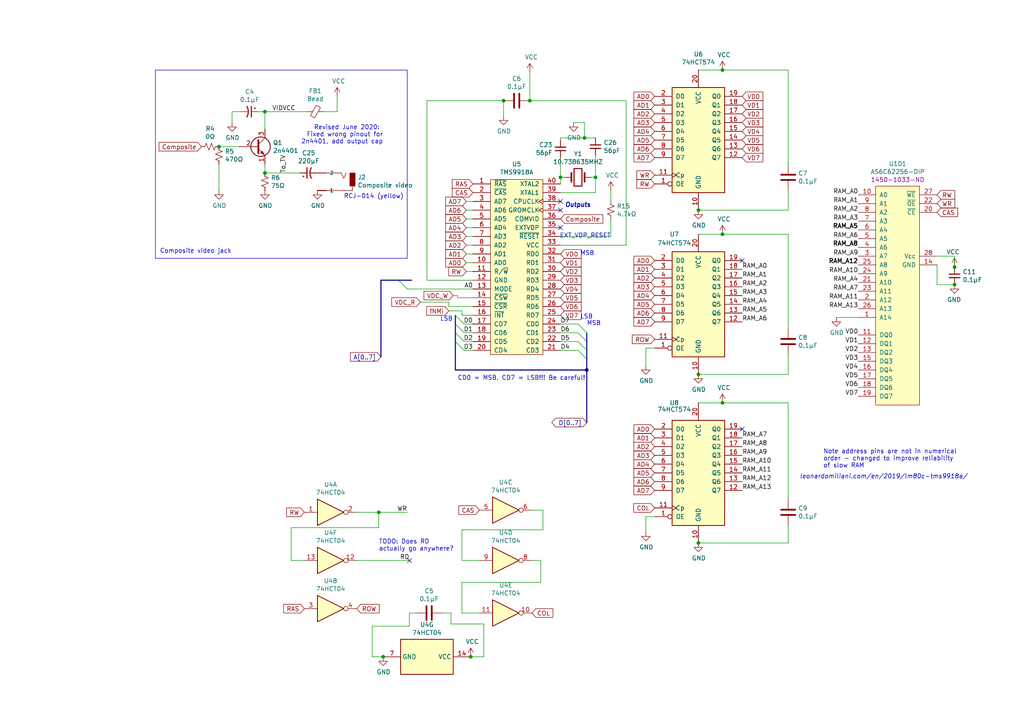
<source format=kicad_sch>
(kicad_sch (version 20231120) (generator "eeschema") (generator_version "8.0")
  (paper "A4")
  (lib_symbols
    (symbol "74xx:74HCT04"
      (property "Reference" "U" (at 0 1.27 0))
      (property "Value" "74HCT04" (at 0 -1.27 0))
      (symbol "74HCT04_1_0"
        (polyline (pts (xy -3.81 3.81) (xy -3.81 -3.81) (xy 3.81 0) (xy -3.81 3.81)) (stroke (width 0.254)) (fill (type background)))
        (pin input line (at -7.62 0 0) (length 3.81) (name "~") (number "1"))
        (pin output inverted (at 7.62 0 180) (length 3.81) (name "~") (number "2"))
      )
      (symbol "74HCT04_2_0"
        (polyline (pts (xy -3.81 3.81) (xy -3.81 -3.81) (xy 3.81 0) (xy -3.81 3.81)) (stroke (width 0.254)) (fill (type background)))
        (pin input line (at -7.62 0 0) (length 3.81) (name "~") (number "3"))
        (pin output inverted (at 7.62 0 180) (length 3.81) (name "~") (number "4"))
      )
      (symbol "74HCT04_3_0"
        (polyline (pts (xy -3.81 3.81) (xy -3.81 -3.81) (xy 3.81 0) (xy -3.81 3.81)) (stroke (width 0.254)) (fill (type background)))
        (pin input line (at -7.62 0 0) (length 3.81) (name "~") (number "5"))
        (pin output inverted (at 7.62 0 180) (length 3.81) (name "~") (number "6"))
      )
      (symbol "74HCT04_4_0"
        (polyline (pts (xy -3.81 3.81) (xy -3.81 -3.81) (xy 3.81 0) (xy -3.81 3.81)) (stroke (width 0.254)) (fill (type background)))
        (pin output inverted (at 7.62 0 180) (length 3.81) (name "~") (number "8"))
        (pin input line (at -7.62 0 0) (length 3.81) (name "~") (number "9"))
      )
      (symbol "74HCT04_5_0"
        (polyline (pts (xy -3.81 3.81) (xy -3.81 -3.81) (xy 3.81 0) (xy -3.81 3.81)) (stroke (width 0.254)) (fill (type background)))
        (pin output inverted (at 7.62 0 180) (length 3.81) (name "~") (number "10"))
        (pin input line (at -7.62 0 0) (length 3.81) (name "~") (number "11"))
      )
      (symbol "74HCT04_6_0"
        (polyline (pts (xy -3.81 3.81) (xy -3.81 -3.81) (xy 3.81 0) (xy -3.81 3.81)) (stroke (width 0.254)) (fill (type background)))
        (pin output inverted (at 7.62 0 180) (length 3.81) (name "~") (number "12"))
        (pin input line (at -7.62 0 0) (length 3.81) (name "~") (number "13"))
      )
      (symbol "74HCT04_7_0"
        (pin power_in line (at 0 12.7 270) (length 5.08) (name "VCC") (number "14"))
        (pin power_in line (at 0 -12.7 90) (length 5.08) (name "GND") (number "7"))
      )
      (symbol "74HCT04_7_1"
        (rectangle (start -5.08 7.62) (end 5.08 -7.62) (stroke (width 0.254)) (fill (type background)))
      )
    )
    (symbol "74xx:74LS574" (pin_names (offset 1.016))
      (property "Reference" "U" (at -7.62 16.51 0))
      (property "Value" "74LS574" (at -7.62 -16.51 0))
      (symbol "74LS574_1_0"
        (pin input inverted (at -12.7 -12.7 0) (length 5.08) (name "OE") (number "1"))
        (pin power_in line (at 0 -20.32 90) (length 5.08) (name "GND") (number "10"))
        (pin input clock (at -12.7 -10.16 0) (length 5.08) (name "Cp") (number "11"))
        (pin tri_state line (at 12.7 -5.08 180) (length 5.08) (name "Q7") (number "12"))
        (pin tri_state line (at 12.7 -2.54 180) (length 5.08) (name "Q6") (number "13"))
        (pin tri_state line (at 12.7 0 180) (length 5.08) (name "Q5") (number "14"))
        (pin tri_state line (at 12.7 2.54 180) (length 5.08) (name "Q4") (number "15"))
        (pin tri_state line (at 12.7 5.08 180) (length 5.08) (name "Q3") (number "16"))
        (pin tri_state line (at 12.7 7.62 180) (length 5.08) (name "Q2") (number "17"))
        (pin tri_state line (at 12.7 10.16 180) (length 5.08) (name "Q1") (number "18"))
        (pin tri_state line (at 12.7 12.7 180) (length 5.08) (name "Q0") (number "19"))
        (pin input line (at -12.7 12.7 0) (length 5.08) (name "D0") (number "2"))
        (pin power_in line (at 0 20.32 270) (length 5.08) (name "VCC") (number "20"))
        (pin input line (at -12.7 10.16 0) (length 5.08) (name "D1") (number "3"))
        (pin input line (at -12.7 7.62 0) (length 5.08) (name "D2") (number "4"))
        (pin input line (at -12.7 5.08 0) (length 5.08) (name "D3") (number "5"))
        (pin input line (at -12.7 2.54 0) (length 5.08) (name "D4") (number "6"))
        (pin input line (at -12.7 0 0) (length 5.08) (name "D5") (number "7"))
        (pin input line (at -12.7 -2.54 0) (length 5.08) (name "D6") (number "8"))
        (pin input line (at -12.7 -5.08 0) (length 5.08) (name "D7") (number "9"))
      )
      (symbol "74LS574_1_1"
        (rectangle (start -7.62 15.24) (end 7.62 -15.24) (stroke (width 0.254)) (fill (type background)))
      )
    )
    (symbol "AS6C62256:AS6C62256-DIP" (pin_names (offset 1.016))
      (property "Reference" "U" (at 0 2.54 0))
      (property "Value" "AS6C62256-DIP" (at 0 0 0))
      (property "DigiKey" "1450-1033-ND" (at 0 0 0))
      (symbol "AS6C62256-DIP_0_1"
        (rectangle (start -6.35 -1.27) (end 6.35 -64.77) (fill (type background)))
      )
      (symbol "AS6C62256-DIP_1_1"
        (pin input line (at -11.43 -39.37 0) (length 5.08) (name "A14") (number "1"))
        (pin input line (at -11.43 -3.81 0) (length 5.08) (name "A0") (number "10"))
        (pin bidirectional line (at -11.43 -44.45 0) (length 5.08) (name "DQ0") (number "11"))
        (pin bidirectional line (at -11.43 -46.99 0) (length 5.08) (name "DQ1") (number "12"))
        (pin bidirectional line (at -11.43 -49.53 0) (length 5.08) (name "DQ2") (number "13"))
        (pin power_in line (at 11.43 -24.13 180) (length 5.08) (name "GND") (number "14"))
        (pin bidirectional line (at -11.43 -52.07 0) (length 5.08) (name "DQ3") (number "15"))
        (pin bidirectional line (at -11.43 -54.61 0) (length 5.08) (name "DQ4") (number "16"))
        (pin bidirectional line (at -11.43 -57.15 0) (length 5.08) (name "DQ5") (number "17"))
        (pin bidirectional line (at -11.43 -59.69 0) (length 5.08) (name "DQ6") (number "18"))
        (pin bidirectional line (at -11.43 -62.23 0) (length 5.08) (name "DQ7") (number "19"))
        (pin input line (at -11.43 -34.29 0) (length 5.08) (name "A12") (number "2"))
        (pin input line (at 11.43 -8.89 180) (length 5.08) (name "~{CE}") (number "20"))
        (pin input line (at -11.43 -29.21 0) (length 5.08) (name "A10") (number "21"))
        (pin input line (at 11.43 -6.35 180) (length 5.08) (name "~{OE}") (number "22"))
        (pin input line (at -11.43 -31.75 0) (length 5.08) (name "A11") (number "23"))
        (pin input line (at -11.43 -26.67 0) (length 5.08) (name "A9") (number "24"))
        (pin input line (at -11.43 -24.13 0) (length 5.08) (name "A8") (number "25"))
        (pin input line (at -11.43 -36.83 0) (length 5.08) (name "A13") (number "26"))
        (pin input line (at 11.43 -3.81 180) (length 5.08) (name "~{WE}") (number "27"))
        (pin power_in line (at 11.43 -21.59 180) (length 5.08) (name "Vcc") (number "28"))
        (pin input line (at -11.43 -21.59 0) (length 5.08) (name "A7") (number "3"))
        (pin input line (at -11.43 -19.05 0) (length 5.08) (name "A6") (number "4"))
        (pin input line (at -11.43 -16.51 0) (length 5.08) (name "A5") (number "5"))
        (pin input line (at -11.43 -13.97 0) (length 5.08) (name "A4") (number "6"))
        (pin input line (at -11.43 -11.43 0) (length 5.08) (name "A3") (number "7"))
        (pin input line (at -11.43 -8.89 0) (length 5.08) (name "A2") (number "8"))
        (pin input line (at -11.43 -6.35 0) (length 5.08) (name "A1") (number "9"))
      )
    )
    (symbol "Device:C" (pin_numbers hide) (pin_names (offset 0.254))
      (property "Reference" "C" (at 0.635 2.54 0))
      (property "Value" "C" (at 0.635 -2.54 0))
      (symbol "C_0_1"
        (polyline (pts (xy -2.032 -0.762) (xy 2.032 -0.762)) (stroke (width 0.508)))
        (polyline (pts (xy -2.032 0.762) (xy 2.032 0.762)) (stroke (width 0.508)))
      )
      (symbol "C_1_1"
        (pin passive line (at 0 3.81 270) (length 2.794) (name "~") (number "1"))
        (pin passive line (at 0 -3.81 90) (length 2.794) (name "~") (number "2"))
      )
    )
    (symbol "Device:CP1_Small" (pin_numbers hide) (pin_names (offset 0.254) hide)
      (property "Reference" "C" (at 0.254 1.778 0))
      (property "Value" "Device_CP1_Small" (at 0.254 -2.032 0))
      (symbol "CP1_Small_0_1"
        (polyline (pts (xy -1.524 0.508) (xy 1.524 0.508)) (stroke (width 0.3048)))
        (polyline (pts (xy -1.27 1.524) (xy -0.762 1.524)))
        (polyline (pts (xy -1.016 1.27) (xy -1.016 1.778)))
        (arc (start 1.524 -0.762) (mid 0 -0.3734) (end -1.524 -0.762) (stroke (width 0.3048)))
      )
      (symbol "CP1_Small_1_1"
        (pin passive line (at 0 2.54 270) (length 2.032) (name "~") (number "1"))
        (pin passive line (at 0 -2.54 90) (length 2.032) (name "~") (number "2"))
      )
    )
    (symbol "Device:C_Small" (pin_numbers hide) (pin_names (offset 0.254) hide)
      (property "Reference" "C" (at 0.254 1.778 0))
      (property "Value" "C_Small" (at 0.254 -2.032 0))
      (symbol "C_Small_0_1"
        (polyline (pts (xy -1.524 -0.508) (xy 1.524 -0.508)) (stroke (width 0.3302)))
        (polyline (pts (xy -1.524 0.508) (xy 1.524 0.508)) (stroke (width 0.3048)))
      )
      (symbol "C_Small_1_1"
        (pin passive line (at 0 2.54 270) (length 2.032) (name "~") (number "1"))
        (pin passive line (at 0 -2.54 90) (length 2.032) (name "~") (number "2"))
      )
    )
    (symbol "Device:Crystal" (pin_numbers hide) (pin_names (offset 1.016) hide)
      (property "Reference" "Y" (at 0 3.81 0))
      (property "Value" "Crystal" (at 0 -3.81 0))
      (symbol "Crystal_0_1"
        (rectangle (start -1.143 2.54) (end 1.143 -2.54) (stroke (width 0.3048)))
        (polyline (pts (xy -2.54 0) (xy -1.905 0)))
        (polyline (pts (xy -1.905 -1.27) (xy -1.905 1.27)) (stroke (width 0.508)))
        (polyline (pts (xy 1.905 -1.27) (xy 1.905 1.27)) (stroke (width 0.508)))
        (polyline (pts (xy 2.54 0) (xy 1.905 0)))
      )
      (symbol "Crystal_1_1"
        (pin passive line (at -3.81 0 0) (length 1.27) (name "1") (number "1"))
        (pin passive line (at 3.81 0 180) (length 1.27) (name "2") (number "2"))
      )
    )
    (symbol "Device:Ferrite_Bead_Small" (pin_numbers hide) (pin_names (offset 0))
      (property "Reference" "FB" (at 1.905 1.27 0))
      (property "Value" "Device_Ferrite_Bead_Small" (at 1.905 -1.27 0))
      (symbol "Ferrite_Bead_Small_0_1"
        (polyline (pts (xy 0 -1.27) (xy 0 -0.7874)))
        (polyline (pts (xy 0 0.889) (xy 0 1.2954)))
        (polyline (pts (xy -1.8288 0.2794) (xy -1.1176 1.4986) (xy 1.8288 -0.2032) (xy 1.1176 -1.4224) (xy -1.8288 0.2794)))
      )
      (symbol "Ferrite_Bead_Small_1_1"
        (pin passive line (at 0 2.54 270) (length 1.27) (name "~") (number "1"))
        (pin passive line (at 0 -2.54 90) (length 1.27) (name "~") (number "2"))
      )
    )
    (symbol "Device:Q_NPN_EBC" (pin_names (offset 0) hide)
      (property "Reference" "Q" (at 5.08 1.27 0))
      (property "Value" "Q_NPN_EBC" (at 5.08 -1.27 0))
      (symbol "Q_NPN_EBC_0_1"
        (polyline (pts (xy 0.635 0.635) (xy 2.54 2.54)))
        (polyline (pts (xy 0.635 -0.635) (xy 2.54 -2.54) (xy 2.54 -2.54)))
        (polyline (pts (xy 0.635 1.905) (xy 0.635 -1.905) (xy 0.635 -1.905)) (stroke (width 0.508)))
        (polyline (pts (xy 1.27 -1.778) (xy 1.778 -1.27) (xy 2.286 -2.286) (xy 1.27 -1.778) (xy 1.27 -1.778)) (fill (type outline)))
        (circle (center 1.27 0) (radius 2.8194) (stroke (width 0.254)))
      )
      (symbol "Q_NPN_EBC_1_1"
        (pin passive line (at 2.54 -5.08 90) (length 2.54) (name "E") (number "1"))
        (pin passive line (at -5.08 0 0) (length 5.715) (name "B") (number "2"))
        (pin passive line (at 2.54 5.08 270) (length 2.54) (name "C") (number "3"))
      )
    )
    (symbol "Device:R_Small_US" (pin_numbers hide) (pin_names (offset 0.254) hide)
      (property "Reference" "R" (at 0.762 0.508 0))
      (property "Value" "R_Small_US" (at 0.762 -1.016 0))
      (symbol "R_Small_US_1_1"
        (polyline (pts (xy 0 0) (xy 1.016 -0.381) (xy 0 -0.762) (xy -1.016 -1.143) (xy 0 -1.524)))
        (polyline (pts (xy 0 1.524) (xy 1.016 1.143) (xy 0 0.762) (xy -1.016 0.381) (xy 0 0)))
        (pin passive line (at 0 2.54 270) (length 1.016) (name "~") (number "1"))
        (pin passive line (at 0 -2.54 90) (length 1.016) (name "~") (number "2"))
      )
    )
    (symbol "LeakoChips:TMS9918A" (pin_names (offset 1.016))
      (property "Reference" "U" (at 0 29.21 0))
      (property "Value" "TMS9918A" (at 0 26.67 0))
      (symbol "TMS9918A_0_1"
        (rectangle (start -7.62 25.4) (end 7.62 -25.4) (fill (type background)))
      )
      (symbol "TMS9918A_1_1"
        (pin output line (at -12.7 24.13 0) (length 5.08) (name "~{RAS}") (number "1"))
        (pin output line (at -12.7 1.27 0) (length 5.08) (name "AD0") (number "10"))
        (pin output line (at -12.7 -1.27 0) (length 5.08) (name "R/~{W}") (number "11"))
        (pin power_in line (at -12.7 -3.81 0) (length 5.08) (name "GND") (number "12"))
        (pin input line (at -12.7 -6.35 0) (length 5.08) (name "MODE") (number "13"))
        (pin input line (at -12.7 -8.89 0) (length 5.08) (name "~{CSW}") (number "14"))
        (pin input line (at -12.7 -11.43 0) (length 5.08) (name "~{CSR}") (number "15"))
        (pin output line (at -12.7 -13.97 0) (length 5.08) (name "~{INT}") (number "16"))
        (pin bidirectional line (at -12.7 -16.51 0) (length 5.08) (name "CD7") (number "17"))
        (pin bidirectional line (at -12.7 -19.05 0) (length 5.08) (name "CD6") (number "18"))
        (pin bidirectional line (at -12.7 -21.59 0) (length 5.08) (name "CD5") (number "19"))
        (pin output line (at -12.7 21.59 0) (length 5.08) (name "~{CAS}") (number "2"))
        (pin bidirectional line (at -12.7 -24.13 0) (length 5.08) (name "CD4") (number "20"))
        (pin bidirectional line (at 12.7 -24.13 180) (length 5.08) (name "CD3") (number "21"))
        (pin bidirectional line (at 12.7 -21.59 180) (length 5.08) (name "CD2") (number "22"))
        (pin bidirectional line (at 12.7 -19.05 180) (length 5.08) (name "CD1") (number "23"))
        (pin bidirectional line (at 12.7 -16.51 180) (length 5.08) (name "CD0") (number "24"))
        (pin input line (at 12.7 -13.97 180) (length 5.08) (name "RD7") (number "25"))
        (pin input line (at 12.7 -11.43 180) (length 5.08) (name "RD6") (number "26"))
        (pin input line (at 12.7 -8.89 180) (length 5.08) (name "RD5") (number "27"))
        (pin input line (at 12.7 -6.35 180) (length 5.08) (name "RD4") (number "28"))
        (pin input line (at 12.7 -3.81 180) (length 5.08) (name "RD3") (number "29"))
        (pin output line (at -12.7 19.05 0) (length 5.08) (name "AD7") (number "3"))
        (pin input line (at 12.7 -1.27 180) (length 5.08) (name "RD2") (number "30"))
        (pin input line (at 12.7 1.27 180) (length 5.08) (name "RD1") (number "31"))
        (pin input line (at 12.7 3.81 180) (length 5.08) (name "RD0") (number "32"))
        (pin power_in line (at 12.7 6.35 180) (length 5.08) (name "VCC") (number "33"))
        (pin input line (at 12.7 8.89 180) (length 5.08) (name "~{RESET}") (number "34"))
        (pin bidirectional line (at 12.7 11.43 180) (length 5.08) (name "EXTVDP") (number "35"))
        (pin output line (at 12.7 13.97 180) (length 5.08) (name "COMVID") (number "36"))
        (pin output clock (at 12.7 16.51 180) (length 5.08) (name "GROMCLK") (number "37"))
        (pin output clock (at 12.7 19.05 180) (length 5.08) (name "CPUCLK") (number "38"))
        (pin input line (at 12.7 21.59 180) (length 5.08) (name "XTAL1") (number "39"))
        (pin output line (at -12.7 16.51 0) (length 5.08) (name "AD6") (number "4"))
        (pin input line (at 12.7 24.13 180) (length 5.08) (name "XTAL2") (number "40"))
        (pin output line (at -12.7 13.97 0) (length 5.08) (name "AD5") (number "5"))
        (pin output line (at -12.7 11.43 0) (length 5.08) (name "AD4") (number "6"))
        (pin output line (at -12.7 8.89 0) (length 5.08) (name "AD3") (number "7"))
        (pin output line (at -12.7 6.35 0) (length 5.08) (name "AD2") (number "8"))
        (pin output line (at -12.7 3.81 0) (length 5.08) (name "AD1") (number "9"))
      )
    )
    (symbol "RCJ-017:RCJ-017" (pin_numbers hide) (pin_names (offset 1.016))
      (property "Reference" "J" (at -2.54 3.81 0))
      (property "Value" "RCJ-017" (at -2.54 -6.35 0))
      (symbol "RCJ-017_0_0"
        (rectangle (start -3.302 -2.54) (end -1.778 1.27) (fill (type outline)))
        (polyline (pts (xy -2.54 2.54) (xy -2.54 1.27)) (stroke (width 0.1524)))
        (polyline (pts (xy 0 -1.016) (xy -0.762 -2.54)) (stroke (width 0.1524)))
        (polyline (pts (xy 0.762 -2.54) (xy 0 -1.016)) (stroke (width 0.1524)))
        (polyline (pts (xy 2.54 -2.54) (xy 0.762 -2.54)) (stroke (width 0.1524)))
        (polyline (pts (xy 5.08 -2.54) (xy 2.54 -2.54)) (stroke (width 0.1524)))
        (polyline (pts (xy 5.08 2.54) (xy -2.54 2.54)) (stroke (width 0.1524)))
        (pin passive line (at 7.62 2.54 180) (length 2.54) (name "1") (number "1A"))
        (pin passive line (at 7.62 2.54 180) (length 2.54) (name "1") (number "1B"))
        (pin passive line (at 7.62 2.54 180) (length 2.54) (name "1") (number "1C"))
        (pin passive line (at 7.62 -2.54 180) (length 2.54) (name "2") (number "2"))
      )
    )
    (symbol "power:GND" (power) (pin_names (offset 0))
      (property "Value" "GND" (at 0 -3.81 0))
      (symbol "GND_0_1"
        (polyline (pts (xy 0 0) (xy 0 -1.27) (xy 1.27 -1.27) (xy 0 -2.54) (xy -1.27 -1.27) (xy 0 -1.27)))
      )
      (symbol "GND_1_1"
        (pin power_in line (at 0 0 270) (length 0) hide (name "GND") (number "1"))
      )
    )
    (symbol "power:VCC" (power) (pin_names (offset 0))
      (property "Value" "VCC" (at 0 3.81 0))
      (symbol "VCC_0_1"
        (polyline (pts (xy -0.762 1.27) (xy 0 2.54)))
        (polyline (pts (xy 0 0) (xy 0 2.54)))
        (polyline (pts (xy 0 2.54) (xy 0.762 1.27)))
      )
      (symbol "VCC_1_1"
        (pin power_in line (at 0 0 90) (length 0) hide (name "VCC") (number "1"))
      )
    )
  )
  (junction (at 170.18 107.315))
  (junction (at 209.55 116.84))
  (junction (at 202.565 157.48))
  (junction (at 209.55 67.945))
  (junction (at 209.55 20.32))
  (junction (at 162.56 51.435))
  (junction (at 76.835 50.165))
  (junction (at 76.835 32.385))
  (junction (at 169.545 40.005))
  (junction (at 202.565 108.585))
  (junction (at 63.5 42.545))
  (junction (at 153.67 29.21))
  (junction (at 111.125 190.5))
  (junction (at 202.565 60.96))
  (junction (at 172.72 51.435))
  (junction (at 109.855 148.59))
  (junction (at 276.86 77.47))
  (junction (at 136.525 190.5))
  (junction (at 276.86 82.55))
  (junction (at 146.05 29.21))
  (no_connect (at 162.56 58.42))
  (no_connect (at 162.56 60.96))
  (no_connect (at 215.265 75.565))
  (no_connect (at 215.265 124.46))
  (no_connect (at 162.56 66.04))
  (no_connect (at 118.745 162.56))
  (bus_entry (at 167.64 99.06) (size 2.54 2.54))
  (bus_entry (at 132.08 99.06) (size 2.54 2.54))
  (bus_entry (at 132.08 96.52) (size 2.54 2.54))
  (bus_entry (at 167.64 101.6) (size 2.54 2.54))
  (bus_entry (at 132.08 91.44) (size 2.54 2.54))
  (bus_entry (at 167.64 96.52) (size 2.54 2.54))
  (bus_entry (at 115.57 81.28) (size 2.54 2.54))
  (bus_entry (at 167.64 93.98) (size 2.54 2.54))
  (bus_entry (at 132.08 93.98) (size 2.54 2.54))
  (wire (pts (xy 271.78 82.55) (xy 276.86 82.55)))
  (wire (pts (xy 137.16 60.96) (xy 135.255 60.96)))
  (wire (pts (xy 162.56 40.005) (xy 162.56 40.64)))
  (bus (pts (xy 132.08 93.98) (xy 132.08 96.52)))
  (polyline (pts (xy 118.11 74.93) (xy 45.085 74.93)))
  (wire (pts (xy 166.37 35.56) (xy 169.545 35.56)))
  (wire (pts (xy 228.6 108.585) (xy 202.565 108.585)))
  (wire (pts (xy 120.65 177.8) (xy 118.745 177.8)))
  (wire (pts (xy 137.16 78.74) (xy 135.255 78.74)))
  (wire (pts (xy 130.81 180.975) (xy 130.81 177.8)))
  (wire (pts (xy 163.83 51.435) (xy 162.56 51.435)))
  (bus (pts (xy 115.57 81.28) (xy 119.38 81.28)))
  (wire (pts (xy 228.6 20.32) (xy 228.6 47.625)))
  (wire (pts (xy 76.835 32.385) (xy 76.835 37.465)))
  (wire (pts (xy 133.985 168.91) (xy 133.985 177.8)))
  (wire (pts (xy 162.56 93.98) (xy 167.64 93.98)))
  (wire (pts (xy 137.16 58.42) (xy 135.255 58.42)))
  (bus (pts (xy 132.08 96.52) (xy 132.08 99.06)))
  (wire (pts (xy 271.78 76.835) (xy 271.78 82.55)))
  (bus (pts (xy 170.18 101.6) (xy 170.18 104.14)))
  (polyline (pts (xy 45.085 74.93) (xy 45.085 20.32)))
  (wire (pts (xy 130.81 177.8) (xy 128.27 177.8)))
  (wire (pts (xy 177.165 58.42) (xy 177.165 55.245)))
  (wire (pts (xy 187.325 100.965) (xy 187.325 106.045)))
  (wire (pts (xy 137.16 71.12) (xy 135.255 71.12)))
  (wire (pts (xy 228.6 55.245) (xy 228.6 60.96)))
  (wire (pts (xy 132.715 85.725) (xy 131.445 85.725)))
  (bus (pts (xy 170.18 107.315) (xy 132.08 107.315)))
  (wire (pts (xy 162.56 55.88) (xy 172.72 55.88)))
  (wire (pts (xy 103.505 148.59) (xy 109.855 148.59)))
  (wire (pts (xy 162.56 68.58) (xy 177.165 68.58)))
  (wire (pts (xy 171.45 51.435) (xy 172.72 51.435)))
  (wire (pts (xy 228.6 116.84) (xy 228.6 144.78)))
  (bus (pts (xy 170.18 96.52) (xy 170.18 99.06)))
  (wire (pts (xy 132.715 86.36) (xy 132.715 85.725)))
  (wire (pts (xy 97.79 32.385) (xy 97.79 27.94)))
  (wire (pts (xy 157.48 153.67) (xy 133.985 153.67)))
  (wire (pts (xy 172.72 51.435) (xy 172.72 45.085)))
  (wire (pts (xy 118.745 177.8) (xy 118.745 181.61)))
  (wire (pts (xy 137.16 76.2) (xy 135.255 76.2)))
  (polyline (pts (xy 118.11 20.32) (xy 118.11 74.93)))
  (wire (pts (xy 107.95 190.5) (xy 111.125 190.5)))
  (wire (pts (xy 172.72 55.88) (xy 172.72 51.435)))
  (wire (pts (xy 209.55 116.84) (xy 202.565 116.84)))
  (wire (pts (xy 109.855 148.59) (xy 118.11 148.59)))
  (wire (pts (xy 133.985 153.67) (xy 133.985 162.56)))
  (wire (pts (xy 228.6 67.945) (xy 228.6 95.25)))
  (wire (pts (xy 162.56 96.52) (xy 167.64 96.52)))
  (wire (pts (xy 140.335 190.5) (xy 140.335 180.975)))
  (wire (pts (xy 130.175 88.9) (xy 130.175 87.63)))
  (wire (pts (xy 136.525 190.5) (xy 140.335 190.5)))
  (wire (pts (xy 162.56 40.005) (xy 169.545 40.005)))
  (wire (pts (xy 69.215 42.545) (xy 63.5 42.545)))
  (wire (pts (xy 156.845 162.56) (xy 156.845 168.91)))
  (wire (pts (xy 133.985 91.44) (xy 133.985 90.17)))
  (wire (pts (xy 133.985 177.8) (xy 139.065 177.8)))
  (wire (pts (xy 76.835 32.385) (xy 88.9 32.385)))
  (wire (pts (xy 137.16 91.44) (xy 133.985 91.44)))
  (wire (pts (xy 154.305 162.56) (xy 156.845 162.56)))
  (wire (pts (xy 162.56 99.06) (xy 167.64 99.06)))
  (bus (pts (xy 132.08 91.44) (xy 132.08 93.98)))
  (wire (pts (xy 137.16 93.98) (xy 134.62 93.98)))
  (polyline (pts (xy 45.085 20.32) (xy 118.11 20.32)))
  (wire (pts (xy 133.985 162.56) (xy 139.065 162.56)))
  (wire (pts (xy 209.55 67.945) (xy 228.6 67.945)))
  (wire (pts (xy 181.61 71.12) (xy 162.56 71.12)))
  (bus (pts (xy 110.49 81.28) (xy 110.49 103.505)))
  (wire (pts (xy 133.985 90.17) (xy 130.175 90.17)))
  (wire (pts (xy 118.745 181.61) (xy 107.95 181.61)))
  (bus (pts (xy 170.18 107.315) (xy 170.18 122.555)))
  (wire (pts (xy 169.545 35.56) (xy 169.545 40.005)))
  (wire (pts (xy 189.865 100.965) (xy 187.325 100.965)))
  (wire (pts (xy 189.865 149.86) (xy 187.325 149.86)))
  (wire (pts (xy 123.825 81.28) (xy 123.825 29.21)))
  (wire (pts (xy 209.55 20.32) (xy 228.6 20.32)))
  (wire (pts (xy 140.335 180.975) (xy 130.81 180.975)))
  (wire (pts (xy 123.825 29.21) (xy 146.05 29.21)))
  (wire (pts (xy 228.6 152.4) (xy 228.6 157.48)))
  (wire (pts (xy 154.305 147.955) (xy 157.48 147.955)))
  (wire (pts (xy 84.455 153.035) (xy 84.455 162.56)))
  (wire (pts (xy 181.61 29.21) (xy 181.61 71.12)))
  (wire (pts (xy 137.16 68.58) (xy 135.255 68.58)))
  (wire (pts (xy 67.31 32.385) (xy 67.31 35.56)))
  (wire (pts (xy 137.16 96.52) (xy 134.62 96.52)))
  (wire (pts (xy 137.16 63.5) (xy 135.255 63.5)))
  (wire (pts (xy 209.55 116.84) (xy 228.6 116.84)))
  (bus (pts (xy 170.18 104.14) (xy 170.18 107.315)))
  (wire (pts (xy 86.995 50.165) (xy 76.835 50.165)))
  (wire (pts (xy 228.6 102.87) (xy 228.6 108.585)))
  (wire (pts (xy 157.48 147.955) (xy 157.48 153.67)))
  (wire (pts (xy 137.16 73.66) (xy 135.255 73.66)))
  (wire (pts (xy 228.6 157.48) (xy 202.565 157.48)))
  (wire (pts (xy 153.67 29.21) (xy 181.61 29.21)))
  (wire (pts (xy 84.455 162.56) (xy 88.265 162.56)))
  (wire (pts (xy 153.67 29.21) (xy 153.67 20.955)))
  (wire (pts (xy 169.545 40.005) (xy 172.72 40.005)))
  (wire (pts (xy 93.98 32.385) (xy 97.79 32.385)))
  (wire (pts (xy 109.855 148.59) (xy 109.855 153.035)))
  (wire (pts (xy 187.325 149.86) (xy 187.325 154.305)))
  (wire (pts (xy 248.92 92.075) (xy 242.57 92.075)))
  (wire (pts (xy 103.505 162.56) (xy 118.745 162.56)))
  (wire (pts (xy 130.175 87.63) (xy 121.92 87.63)))
  (wire (pts (xy 276.86 74.295) (xy 271.78 74.295)))
  (wire (pts (xy 137.16 101.6) (xy 134.62 101.6)))
  (wire (pts (xy 162.56 53.34) (xy 162.56 51.435)))
  (wire (pts (xy 137.16 86.36) (xy 132.715 86.36)))
  (wire (pts (xy 156.845 168.91) (xy 133.985 168.91)))
  (wire (pts (xy 202.565 20.32) (xy 209.55 20.32)))
  (wire (pts (xy 137.16 83.82) (xy 118.11 83.82)))
  (wire (pts (xy 228.6 60.96) (xy 202.565 60.96)))
  (wire (pts (xy 137.16 99.06) (xy 134.62 99.06)))
  (bus (pts (xy 110.49 81.28) (xy 115.57 81.28)))
  (wire (pts (xy 162.56 45.72) (xy 162.56 51.435)))
  (bus (pts (xy 132.08 99.06) (xy 132.08 107.315)))
  (wire (pts (xy 177.165 68.58) (xy 177.165 63.5)))
  (wire (pts (xy 63.5 47.625) (xy 63.5 55.245)))
  (wire (pts (xy 107.95 181.61) (xy 107.95 190.5)))
  (wire (pts (xy 137.16 66.04) (xy 135.255 66.04)))
  (wire (pts (xy 109.855 153.035) (xy 84.455 153.035)))
  (wire (pts (xy 69.85 32.385) (xy 67.31 32.385)))
  (wire (pts (xy 146.05 29.21) (xy 146.05 33.655)))
  (wire (pts (xy 76.835 47.625) (xy 76.835 50.165)))
  (bus (pts (xy 170.18 99.06) (xy 170.18 101.6)))
  (wire (pts (xy 137.16 88.9) (xy 130.175 88.9)))
  (wire (pts (xy 202.565 67.945) (xy 209.55 67.945)))
  (wire (pts (xy 276.86 77.47) (xy 276.86 74.295)))
  (wire (pts (xy 137.16 81.28) (xy 123.825 81.28)))
  (wire (pts (xy 162.56 101.6) (xy 167.64 101.6)))
  (wire (pts (xy 74.93 32.385) (xy 76.835 32.385)))
  (text "leonardomiliani.com/en/2019/lm80c-tms9918a/" (at 280.67 139.065 0) (effects (font (size 1.27 1.27) (italic yes)) (justify right bottom)))
  (text "TODO: Does RD\nactually go anywhere?" (at 109.855 160.02 0) (effects (font (size 1.27 1.27)) (justify left bottom)))
  (text "EXT_VDP_RESET" (at 177.165 69.215 0) (effects (font (size 1.27 1.27)) (justify right bottom)))
  (text "LSB" (at 127.635 93.345 0) (effects (font (size 1.27 1.27)) (justify left bottom)))
  (text "CD0 = MSB, CD7 = LSB!!! Be careful!" (at 132.715 110.49 0) (effects (font (size 1.27 1.27)) (justify left bottom)))
  (text "Composite video jack" (at 46.355 73.66 0) (effects (font (size 1.27 1.27)) (justify left bottom)))
  (text "Note address pins are not in numerical\norder - changed to improve reliability\nof slow RAM" (at 238.76 135.89 0) (effects (font (size 1.27 1.27)) (justify left bottom)))
  (text "RCJ-014 (yellow)" (at 99.695 57.785 0) (effects (font (size 1.27 1.27)) (justify left bottom)))
  (text "Revised June 2020: \nFixed wrong pinout for\n2n4401, add output cap" (at 111.125 41.91 0) (effects (font (size 1.27 1.27)) (justify right bottom)))
  (text "LSB" (at 168.275 92.71 0) (effects (font (size 1.27 1.27)) (justify left bottom)))
  (text "MSB" (at 168.275 74.295 0) (effects (font (size 1.27 1.27)) (justify left bottom)))
  (text "MSB" (at 170.18 94.615 0) (effects (font (size 1.27 1.27)) (justify left bottom)))
  (text "Outputs" (at 163.83 60.325 0) (effects (font (size 1.27 1.27) (thickness 0.254) (bold yes) (italic yes)) (justify left bottom)))
  (label "RAM_A4" (at 248.92 81.915 180))
  (label "RAM_A9" (at 248.92 74.295 180))
  (label "VD7" (at 248.92 114.935 180))
  (label "RAM_A4" (at 215.265 88.265 0))
  (label "To_TV" (at 83.185 50.165 90))
  (label "RAM_A0" (at 215.265 78.105 0))
  (label "RAM_A5" (at 248.92 66.675 180) (effects (font (thickness 0.254) (bold yes))))
  (label "VIDVCC" (at 85.725 32.385 180))
  (label "RAM_A12" (at 215.265 139.7 0))
  (label "RAM_A3" (at 215.265 85.725 0))
  (label "RAM_A11" (at 215.265 137.16 0))
  (label "D7" (at 162.56 93.98 0))
  (label "RAM_A3" (at 248.92 64.135 180))
  (label "VD1" (at 248.92 99.695 180))
  (label "RAM_A7" (at 248.92 84.455 180))
  (label "RAM_A6" (at 215.265 93.345 0))
  (label "VD3" (at 248.92 104.775 180))
  (label "RAM_A7" (at 215.265 127 0))
  (label "RAM_A8" (at 215.265 129.54 0))
  (label "RAM_A10" (at 215.265 134.62 0))
  (label "D6" (at 162.56 96.52 0))
  (label "RAM_A11" (at 248.92 86.995 180))
  (label "VD2" (at 248.92 102.235 180))
  (label "D3" (at 137.16 101.6 180))
  (label "D2" (at 137.16 99.06 180))
  (label "RAM_A12" (at 248.92 76.835 180) (effects (font (thickness 0.254) (bold yes))))
  (label "WR" (at 118.11 148.59 180))
  (label "RAM_A6" (at 248.92 69.215 180))
  (label "RD" (at 118.745 162.56 180))
  (label "RAM_A2" (at 215.265 83.185 0))
  (label "D4" (at 162.56 101.6 0))
  (label "D5" (at 162.56 99.06 0))
  (label "RAM_A9" (at 215.265 132.08 0))
  (label "RAM_A5" (at 215.265 90.805 0))
  (label "RAM_A1" (at 248.92 59.055 180))
  (label "RAM_A0" (at 248.92 56.515 180))
  (label "VD6" (at 248.92 112.395 180))
  (label "A0" (at 137.16 83.82 180))
  (label "D1" (at 137.16 96.52 180))
  (label "RAM_A2" (at 248.92 61.595 180))
  (label "VD0" (at 248.92 97.155 180))
  (label "VD5" (at 248.92 109.855 180))
  (label "RAM_A10" (at 248.92 79.375 180))
  (label "RAM_A8" (at 248.92 71.755 180) (effects (font (thickness 0.254) (bold yes))))
  (label "RAM_A13" (at 248.92 89.535 180))
  (label "D0" (at 137.16 93.98 180))
  (label "VD4" (at 248.92 107.315 180))
  (label "RAM_A1" (at 215.265 80.645 0))
  (label "RAM_A13" (at 215.265 142.24 0))
  (global_label "CAS" (shape input) (at 271.78 61.595 0) (property "Intersheetrefs" "${INTERSHEET_REFS}" (effects (hide yes))))
  (global_label "AD6" (shape input) (at 135.255 60.96 180) (property "Intersheetrefs" "${INTERSHEET_REFS}" (effects (hide yes))))
  (global_label "WR" (shape input) (at 189.865 50.8 180) (property "Intersheetrefs" "${INTERSHEET_REFS}" (effects (hide yes))))
  (global_label "AD0" (shape input) (at 189.865 75.565 180) (property "Intersheetrefs" "${INTERSHEET_REFS}" (effects (hide yes))))
  (global_label "AD5" (shape input) (at 189.865 40.64 180) (property "Intersheetrefs" "${INTERSHEET_REFS}" (effects (hide yes))))
  (global_label "VD3" (shape input) (at 215.265 35.56 0) (property "Intersheetrefs" "${INTERSHEET_REFS}" (effects (hide yes))))
  (global_label "VDC_W" (shape input) (at 131.445 85.725 180) (property "Intersheetrefs" "${INTERSHEET_REFS}" (effects (hide yes))))
  (global_label "AD0" (shape input) (at 189.865 27.94 180) (property "Intersheetrefs" "${INTERSHEET_REFS}" (effects (hide yes))))
  (global_label "AD1" (shape input) (at 189.865 30.48 180) (property "Intersheetrefs" "${INTERSHEET_REFS}" (effects (hide yes))))
  (global_label "VD2" (shape input) (at 162.56 78.74 0) (property "Intersheetrefs" "${INTERSHEET_REFS}" (effects (hide yes))))
  (global_label "VD6" (shape input) (at 215.265 43.18 0) (property "Intersheetrefs" "${INTERSHEET_REFS}" (effects (hide yes))))
  (global_label "AD4" (shape input) (at 189.865 38.1 180) (property "Intersheetrefs" "${INTERSHEET_REFS}" (effects (hide yes))))
  (global_label "AD3" (shape input) (at 189.865 83.185 180) (property "Intersheetrefs" "${INTERSHEET_REFS}" (effects (hide yes))))
  (global_label "AD4" (shape input) (at 189.865 134.62 180) (property "Intersheetrefs" "${INTERSHEET_REFS}" (effects (hide yes))))
  (global_label "D[0..7]" (shape bidirectional) (at 170.18 122.555 180) (property "Intersheetrefs" "${INTERSHEET_REFS}" (effects (hide yes))))
  (global_label "AD6" (shape input) (at 189.865 90.805 180) (property "Intersheetrefs" "${INTERSHEET_REFS}" (effects (hide yes))))
  (global_label "VD0" (shape input) (at 215.265 27.94 0) (property "Intersheetrefs" "${INTERSHEET_REFS}" (effects (hide yes))))
  (global_label "ROW" (shape input) (at 103.505 176.53 0) (property "Intersheetrefs" "${INTERSHEET_REFS}" (effects (hide yes))))
  (global_label "A[0..7]" (shape input) (at 110.49 103.505 180) (property "Intersheetrefs" "${INTERSHEET_REFS}" (effects (hide yes))))
  (global_label "VD0" (shape input) (at 162.56 73.66 0) (property "Intersheetrefs" "${INTERSHEET_REFS}" (effects (hide yes))))
  (global_label "AD2" (shape input) (at 135.255 71.12 180) (property "Intersheetrefs" "${INTERSHEET_REFS}" (effects (hide yes))))
  (global_label "Composite" (shape input) (at 162.56 63.5 0) (property "Intersheetrefs" "${INTERSHEET_REFS}" (effects (hide yes))))
  (global_label "Composite" (shape input) (at 58.42 42.545 180) (property "Intersheetrefs" "${INTERSHEET_REFS}" (effects (hide yes))))
  (global_label "VD6" (shape input) (at 162.56 88.9 0) (property "Intersheetrefs" "${INTERSHEET_REFS}" (effects (hide yes))))
  (global_label "VD2" (shape input) (at 215.265 33.02 0) (property "Intersheetrefs" "${INTERSHEET_REFS}" (effects (hide yes))))
  (global_label "CAS" (shape input) (at 137.16 55.88 180) (property "Intersheetrefs" "${INTERSHEET_REFS}" (effects (hide yes))))
  (global_label "AD2" (shape input) (at 189.865 80.645 180) (property "Intersheetrefs" "${INTERSHEET_REFS}" (effects (hide yes))))
  (global_label "RAS" (shape input) (at 88.265 176.53 180) (property "Intersheetrefs" "${INTERSHEET_REFS}" (effects (hide yes))))
  (global_label "VD7" (shape input) (at 162.56 91.44 0) (property "Intersheetrefs" "${INTERSHEET_REFS}" (effects (hide yes))))
  (global_label "AD3" (shape input) (at 135.255 68.58 180) (property "Intersheetrefs" "${INTERSHEET_REFS}" (effects (hide yes))))
  (global_label "ROW" (shape input) (at 189.865 98.425 180) (property "Intersheetrefs" "${INTERSHEET_REFS}" (effects (hide yes))))
  (global_label "AD2" (shape input) (at 189.865 129.54 180) (property "Intersheetrefs" "${INTERSHEET_REFS}" (effects (hide yes))))
  (global_label "AD1" (shape input) (at 189.865 127 180) (property "Intersheetrefs" "${INTERSHEET_REFS}" (effects (hide yes))))
  (global_label "AD5" (shape input) (at 189.865 88.265 180) (property "Intersheetrefs" "${INTERSHEET_REFS}" (effects (hide yes))))
  (global_label "AD1" (shape input) (at 189.865 78.105 180) (property "Intersheetrefs" "${INTERSHEET_REFS}" (effects (hide yes))))
  (global_label "AD4" (shape input) (at 189.865 85.725 180) (property "Intersheetrefs" "${INTERSHEET_REFS}" (effects (hide yes))))
  (global_label "AD3" (shape input) (at 189.865 132.08 180) (property "Intersheetrefs" "${INTERSHEET_REFS}" (effects (hide yes))))
  (global_label "RW" (shape input) (at 135.255 78.74 180) (property "Intersheetrefs" "${INTERSHEET_REFS}" (effects (hide yes))))
  (global_label "VD5" (shape input) (at 215.265 40.64 0) (property "Intersheetrefs" "${INTERSHEET_REFS}" (effects (hide yes))))
  (global_label "AD2" (shape input) (at 189.865 33.02 180) (property "Intersheetrefs" "${INTERSHEET_REFS}" (effects (hide yes))))
  (global_label "AD6" (shape input) (at 189.865 139.7 180) (property "Intersheetrefs" "${INTERSHEET_REFS}" (effects (hide yes))))
  (global_label "VD5" (shape input) (at 162.56 86.36 0) (property "Intersheetrefs" "${INTERSHEET_REFS}" (effects (hide yes))))
  (global_label "AD4" (shape input) (at 135.255 66.04 180) (property "Intersheetrefs" "${INTERSHEET_REFS}" (effects (hide yes))))
  (global_label "AD7" (shape input) (at 135.255 58.42 180) (property "Intersheetrefs" "${INTERSHEET_REFS}" (effects (hide yes))))
  (global_label "VD7" (shape input) (at 215.265 45.72 0) (property "Intersheetrefs" "${INTERSHEET_REFS}" (effects (hide yes))))
  (global_label "RAS" (shape input) (at 137.16 53.34 180) (property "Intersheetrefs" "${INTERSHEET_REFS}" (effects (hide yes))))
  (global_label "AD0" (shape input) (at 135.255 76.2 180) (property "Intersheetrefs" "${INTERSHEET_REFS}" (effects (hide yes))))
  (global_label "VD1" (shape input) (at 162.56 76.2 0) (property "Intersheetrefs" "${INTERSHEET_REFS}" (effects (hide yes))))
  (global_label "AD6" (shape input) (at 189.865 43.18 180) (property "Intersheetrefs" "${INTERSHEET_REFS}" (effects (hide yes))))
  (global_label "VD1" (shape input) (at 215.265 30.48 0) (property "Intersheetrefs" "${INTERSHEET_REFS}" (effects (hide yes))))
  (global_label "AD7" (shape input) (at 189.865 142.24 180) (property "Intersheetrefs" "${INTERSHEET_REFS}" (effects (hide yes))))
  (global_label "RW" (shape input) (at 189.865 53.34 180) (property "Intersheetrefs" "${INTERSHEET_REFS}" (effects (hide yes))))
  (global_label "AD0" (shape input) (at 189.865 124.46 180) (property "Intersheetrefs" "${INTERSHEET_REFS}" (effects (hide yes))))
  (global_label "RW" (shape input) (at 88.265 148.59 180) (property "Intersheetrefs" "${INTERSHEET_REFS}" (effects (hide yes))))
  (global_label "AD5" (shape input) (at 189.865 137.16 180) (property "Intersheetrefs" "${INTERSHEET_REFS}" (effects (hide yes))))
  (global_label "VD3" (shape input) (at 162.56 81.28 0) (property "Intersheetrefs" "${INTERSHEET_REFS}" (effects (hide yes))))
  (global_label "WR" (shape input) (at 271.78 59.055 0) (property "Intersheetrefs" "${INTERSHEET_REFS}" (effects (hide yes))))
  (global_label "AD5" (shape input) (at 135.255 63.5 180) (property "Intersheetrefs" "${INTERSHEET_REFS}" (effects (hide yes))))
  (global_label "RW" (shape input) (at 271.78 56.515 0) (property "Intersheetrefs" "${INTERSHEET_REFS}" (effects (hide yes))))
  (global_label "AD7" (shape input) (at 189.865 45.72 180) (property "Intersheetrefs" "${INTERSHEET_REFS}" (effects (hide yes))))
  (global_label "COL" (shape input) (at 154.305 177.8 0) (property "Intersheetrefs" "${INTERSHEET_REFS}" (effects (hide yes))))
  (global_label "CAS" (shape input) (at 139.065 147.955 180) (property "Intersheetrefs" "${INTERSHEET_REFS}" (effects (hide yes))))
  (global_label "VD4" (shape input) (at 162.56 83.82 0) (property "Intersheetrefs" "${INTERSHEET_REFS}" (effects (hide yes))))
  (global_label "AD1" (shape input) (at 135.255 73.66 180) (property "Intersheetrefs" "${INTERSHEET_REFS}" (effects (hide yes))))
  (global_label "AD7" (shape input) (at 189.865 93.345 180) (property "Intersheetrefs" "${INTERSHEET_REFS}" (effects (hide yes))))
  (global_label "!NMI" (shape input) (at 130.175 90.17 180) (property "Intersheetrefs" "${INTERSHEET_REFS}" (effects (hide yes))))
  (global_label "VDC_R" (shape input) (at 121.92 87.63 180) (property "Intersheetrefs" "${INTERSHEET_REFS}" (effects (hide yes))))
  (global_label "COL" (shape input) (at 189.865 147.32 180) (property "Intersheetrefs" "${INTERSHEET_REFS}" (effects (hide yes))))
  (global_label "VD4" (shape input) (at 215.265 38.1 0) (property "Intersheetrefs" "${INTERSHEET_REFS}" (effects (hide yes))))
  (global_label "AD3" (shape input) (at 189.865 35.56 180) (property "Intersheetrefs" "${INTERSHEET_REFS}" (effects (hide yes))))
  (symbol (lib_id "LeakoChips:TMS9918A") (at 149.86 77.47 0) (unit 1)
    (property "Reference" "U5" (at 149.86 47.625 0))
    (property "Value" "TMS9918A" (at 149.86 49.9364 0))
    (property "Footprint" "Housings_DIP:DIP-40_W15.24mm_Socket_LongPads" (effects (hide yes)))
    (property "Datasheet" "https://ia803006.us.archive.org/33/items/Texas_Instruments_TMS9918A/Texas_Instruments_TMS9918A_text.pdf" (effects (hide yes)))
    (property "DigiKey" "ED3048-5-ND" (effects (hide yes)))
  )
  (symbol (lib_id "Device:C") (at 149.86 29.21 270) (unit 1)
    (property "Reference" "C6" (at 149.86 22.8092 90))
    (property "Value" "0.1µF" (at 149.86 25.1206 90))
    (property "Footprint" "Capacitors_SMD:C_0805_HandSoldering" (effects (hide yes)))
    (property "DigiKey" "1276-1099-1-ND" (effects (hide yes)))
  )
  (symbol (lib_id "power:VCC") (at 153.67 20.955 0) (unit 1)
    (property "Reference" "#PWR016" (effects (hide yes)))
    (property "Value" "VCC" (at 154.1018 16.5608 0))
  )
  (symbol (lib_id "power:GND") (at 146.05 33.655 0) (unit 1)
    (property "Reference" "#PWR015" (effects (hide yes)))
    (property "Value" "GND" (at 146.177 38.0492 0))
  )
  (symbol (lib_id "power:GND") (at 92.075 55.245 0) (unit 1)
    (property "Reference" "#PWR011" (effects (hide yes)))
    (property "Value" "GND" (at 92.202 59.6392 0))
  )
  (symbol (lib_id "RCJ-017:RCJ-017") (at 99.695 52.705 180) (unit 1)
    (property "Reference" "J2" (at 103.7082 51.4096 0) (effects (justify right)))
    (property "Value" "Composite video" (at 103.7082 53.721 0) (effects (justify right)))
    (property "Footprint" "Jacks:CUI_RCJ-017" (effects (hide yes)))
    (property "Datasheet" "CUI Inc" (effects (hide yes)))
    (property "Field4" "B" (effects (hide yes)))
    (property "Field5" "Manufacturer recommendations" (effects (hide yes)))
    (property "DigiKey" "CP-1403-ND‎" (effects (hide yes)))
  )
  (symbol (lib_id "Device:R_Small_US") (at 60.96 42.545 270) (unit 1)
    (property "Reference" "R4" (at 60.96 37.338 90))
    (property "Value" "0Ω" (at 60.96 39.6494 90))
    (property "Footprint" "Resistors_SMD:R_0805_HandSoldering" (effects (hide yes)))
    (property "DigiKey" "RMCF0805ZT0R00CT-ND" (effects (hide yes)))
  )
  (symbol (lib_id "power:GND") (at 63.5 55.245 0) (unit 1)
    (property "Reference" "#PWR08" (effects (hide yes)))
    (property "Value" "GND" (at 63.627 59.6392 0))
  )
  (symbol (lib_id "Device:R_Small_US") (at 63.5 45.085 0) (unit 1)
    (property "Reference" "R5" (at 65.2272 43.9166 0) (effects (justify left)))
    (property "Value" "470Ω" (at 65.2272 46.228 0) (effects (justify left)))
    (property "Footprint" "Resistors_SMD:R_0805_HandSoldering" (effects (hide yes)))
    (property "DigiKey" "RMCF0805JT470RCT-ND" (effects (hide yes)))
  )
  (symbol (lib_id "Device:R_Small_US") (at 76.835 52.705 0) (unit 1)
    (property "Reference" "R6" (at 78.5622 51.5366 0) (effects (justify left)))
    (property "Value" "75Ω" (at 78.5622 53.848 0) (effects (justify left)))
    (property "Footprint" "Resistors_SMD:R_0805_HandSoldering" (effects (hide yes)))
    (property "DigiKey" "RMCF0805JT75R0CT-ND" (effects (hide yes)))
  )
  (symbol (lib_id "power:GND") (at 76.835 55.245 0) (unit 1)
    (property "Reference" "#PWR010" (effects (hide yes)))
    (property "Value" "GND" (at 76.962 59.6392 0))
  )
  (symbol (lib_id "Device:CP1_Small") (at 72.39 32.385 270) (unit 1)
    (property "Reference" "C4" (at 72.39 26.5938 90))
    (property "Value" "0.1µF" (at 72.39 28.9052 90))
    (property "Footprint" "Capacitors_SMD:C_0805_HandSoldering" (effects (hide yes)))
    (property "DigiKey" "1276-1099-1-ND" (effects (hide yes)))
  )
  (symbol (lib_id "power:GND") (at 67.31 35.56 0) (unit 1)
    (property "Reference" "#PWR09" (effects (hide yes)))
    (property "Value" "GND" (at 67.437 39.9542 0))
  )
  (symbol (lib_id "power:VCC") (at 97.79 27.94 0) (unit 1)
    (property "Reference" "#PWR012" (effects (hide yes)))
    (property "Value" "VCC" (at 98.2218 23.5458 0))
  )
  (symbol (lib_id "Device:Ferrite_Bead_Small") (at 91.44 32.385 270) (unit 1)
    (property "Reference" "FB1" (at 91.44 26.3652 90))
    (property "Value" "Bead" (at 91.44 28.6766 90))
    (property "Footprint" "Choke_SMD:Choke_SMD_1206_Handsoldering" (effects (hide yes)))
    (property "DigiKey" "283-MFBW1V3216-310-RCT-ND" (effects (hide yes)))
  )
  (symbol (lib_id "74xx:74LS574") (at 202.565 40.64 0) (unit 1)
    (property "Reference" "U6" (at 202.565 15.7226 0))
    (property "Value" "74HCT574" (at 202.565 18.034 0))
    (property "Footprint" "LeakyChips:SOIC-20W_7.5x12.8mm_P1.27mm_LongLegs" (effects (hide yes)))
    (property "Datasheet" "https://www.digikey.ca/product-detail/en/nexperia-usa-inc/74HCT574D653/1727-2856-1-ND/763412" (effects (hide yes)))
    (property "DigiKey" "1727-2856-1-ND" (effects (hide yes)))
  )
  (symbol (lib_id "74xx:74LS574") (at 202.565 88.265 0) (unit 1)
    (property "Reference" "U7" (at 195.58 67.945 0))
    (property "Value" "74HCT574" (at 195.58 70.485 0))
    (property "Footprint" "LeakyChips:SOIC-20W_7.5x12.8mm_P1.27mm_LongLegs" (effects (hide yes)))
    (property "Datasheet" "https://www.digikey.ca/product-detail/en/nexperia-usa-inc/74HCT574D653/1727-2856-1-ND/763412" (effects (hide yes)))
    (property "DigiKey" "1727-2856-1-ND" (effects (hide yes)))
  )
  (symbol (lib_id "74xx:74LS574") (at 202.565 137.16 0) (unit 1)
    (property "Reference" "U8" (at 195.58 116.84 0))
    (property "Value" "74HCT574" (at 195.58 118.745 0))
    (property "Footprint" "LeakyChips:SOIC-20W_7.5x12.8mm_P1.27mm_LongLegs" (effects (hide yes)))
    (property "Datasheet" "https://www.digikey.ca/product-detail/en/nexperia-usa-inc/74HCT574D653/1727-2856-1-ND/763412" (effects (hide yes)))
    (property "DigiKey" "1727-2856-1-ND" (effects (hide yes)))
  )
  (symbol (lib_id "power:GND") (at 187.325 106.045 0) (unit 1)
    (property "Reference" "#PWR017" (effects (hide yes)))
    (property "Value" "GND" (at 187.452 110.4392 0))
  )
  (symbol (lib_id "power:GND") (at 187.325 154.305 0) (unit 1)
    (property "Reference" "#PWR018" (effects (hide yes)))
    (property "Value" "GND" (at 187.452 158.6992 0))
  )
  (symbol (lib_id "power:VCC") (at 177.165 55.245 0) (unit 1)
    (property "Reference" "#PWR0118" (effects (hide yes)))
    (property "Value" "VCC" (at 177.5968 50.8508 0))
  )
  (symbol (lib_id "Device:R_Small_US") (at 177.165 60.96 0) (unit 1)
    (property "Reference" "R15" (at 178.8922 59.7916 0) (effects (justify left)))
    (property "Value" "4.7kΩ" (at 178.8922 62.103 0) (effects (justify left)))
    (property "Footprint" "Resistors_SMD:R_0805_HandSoldering" (effects (hide yes)))
    (property "DigiKey" "RMCF0805JT4K70CT-ND" (effects (hide yes)))
  )
  (symbol (lib_id "power:GND") (at 202.565 157.48 0) (unit 1)
    (property "Reference" "#PWR021" (effects (hide yes)))
    (property "Value" "GND" (at 202.692 161.8742 0))
  )
  (symbol (lib_id "power:VCC") (at 209.55 116.84 0) (unit 1)
    (property "Reference" "#PWR024" (effects (hide yes)))
    (property "Value" "VCC" (at 209.9818 112.4458 0))
  )
  (symbol (lib_id "Device:C") (at 228.6 148.59 0) (unit 1)
    (property "Reference" "C9" (at 231.521 147.4216 0) (effects (justify left)))
    (property "Value" "0.1µF" (at 231.521 149.733 0) (effects (justify left)))
    (property "Footprint" "Capacitors_SMD:C_0805_HandSoldering" (effects (hide yes)))
    (property "DigiKey" "1276-1099-1-ND" (effects (hide yes)))
  )
  (symbol (lib_id "power:VCC") (at 209.55 67.945 0) (unit 1)
    (property "Reference" "#PWR023" (effects (hide yes)))
    (property "Value" "VCC" (at 209.9818 63.5508 0))
  )
  (symbol (lib_id "power:GND") (at 202.565 108.585 0) (unit 1)
    (property "Reference" "#PWR020" (effects (hide yes)))
    (property "Value" "GND" (at 202.692 112.9792 0))
  )
  (symbol (lib_id "Device:C") (at 228.6 99.06 0) (unit 1)
    (property "Reference" "C8" (at 231.521 97.8916 0) (effects (justify left)))
    (property "Value" "0.1µF" (at 231.521 100.203 0) (effects (justify left)))
    (property "Footprint" "Capacitors_SMD:C_0805_HandSoldering" (effects (hide yes)))
    (property "DigiKey" "1276-1099-1-ND" (effects (hide yes)))
  )
  (symbol (lib_id "power:VCC") (at 209.55 20.32 0) (unit 1)
    (property "Reference" "#PWR022" (effects (hide yes)))
    (property "Value" "VCC" (at 209.9818 15.9258 0))
  )
  (symbol (lib_id "power:GND") (at 202.565 60.96 0) (unit 1)
    (property "Reference" "#PWR019" (effects (hide yes)))
    (property "Value" "GND" (at 202.692 65.3542 0))
  )
  (symbol (lib_id "Device:C") (at 228.6 51.435 0) (unit 1)
    (property "Reference" "C7" (at 231.521 50.2666 0) (effects (justify left)))
    (property "Value" "0.1µF" (at 231.521 52.578 0) (effects (justify left)))
    (property "Footprint" "Capacitors_SMD:C_0805_HandSoldering" (effects (hide yes)))
    (property "DigiKey" "1276-1099-1-ND" (effects (hide yes)))
  )
  (symbol (lib_id "74xx:74HCT04") (at 95.885 148.59 0) (unit 1)
    (property "Reference" "U4" (at 95.885 140.5382 0))
    (property "Value" "74HCT04" (at 95.885 142.8496 0))
    (property "Footprint" "Housings_SOIC:SOIC-14_3.9x8.7mm_Pitch1.27mm" (effects (hide yes)))
    (property "Datasheet" "https://assets.nexperia.com/documents/data-sheet/74HC_HCT04.pdf" (effects (hide yes)))
    (property "DigiKey" "296-31832-1-ND" (effects (hide yes)))
  )
  (symbol (lib_id "74xx:74HCT04") (at 95.885 162.56 0) (unit 6)
    (property "Reference" "U4" (at 95.885 154.5082 0))
    (property "Value" "74HCT04" (at 95.885 156.8196 0))
    (property "Footprint" "Housings_SOIC:SOIC-14_3.9x8.7mm_Pitch1.27mm" (effects (hide yes)))
    (property "Datasheet" "https://assets.nexperia.com/documents/data-sheet/74HC_HCT04.pdf" (effects (hide yes)))
    (property "DigiKey" "296-31832-1-ND" (effects (hide yes)))
  )
  (symbol (lib_id "74xx:74HCT04") (at 95.885 176.53 0) (unit 2)
    (property "Reference" "U4" (at 95.885 168.4782 0))
    (property "Value" "74HCT04" (at 95.885 170.7896 0))
    (property "Footprint" "Housings_SOIC:SOIC-14_3.9x8.7mm_Pitch1.27mm" (effects (hide yes)))
    (property "Datasheet" "https://assets.nexperia.com/documents/data-sheet/74HC_HCT04.pdf" (effects (hide yes)))
    (property "DigiKey" "296-31832-1-ND" (effects (hide yes)))
  )
  (symbol (lib_id "74xx:74HCT04") (at 146.685 147.955 0) (unit 3)
    (property "Reference" "U4" (at 146.685 139.9032 0))
    (property "Value" "74HCT04" (at 146.685 142.2146 0))
    (property "Footprint" "Housings_SOIC:SOIC-14_3.9x8.7mm_Pitch1.27mm" (effects (hide yes)))
    (property "Datasheet" "https://assets.nexperia.com/documents/data-sheet/74HC_HCT04.pdf" (effects (hide yes)))
    (property "DigiKey" "296-31832-1-ND" (effects (hide yes)))
  )
  (symbol (lib_id "74xx:74HCT04") (at 146.685 162.56 0) (unit 4)
    (property "Reference" "U4" (at 146.685 154.5082 0))
    (property "Value" "74HCT04" (at 146.685 156.8196 0))
    (property "Footprint" "Housings_SOIC:SOIC-14_3.9x8.7mm_Pitch1.27mm" (effects (hide yes)))
    (property "Datasheet" "https://assets.nexperia.com/documents/data-sheet/74HC_HCT04.pdf" (effects (hide yes)))
    (property "DigiKey" "296-31832-1-ND" (effects (hide yes)))
  )
  (symbol (lib_id "74xx:74HCT04") (at 146.685 177.8 0) (unit 5)
    (property "Reference" "U4" (at 146.685 169.7482 0))
    (property "Value" "74HCT04" (at 146.685 172.0596 0))
    (property "Footprint" "Housings_SOIC:SOIC-14_3.9x8.7mm_Pitch1.27mm" (effects (hide yes)))
    (property "Datasheet" "https://assets.nexperia.com/documents/data-sheet/74HC_HCT04.pdf" (effects (hide yes)))
    (property "DigiKey" "296-31832-1-ND" (effects (hide yes)))
  )
  (symbol (lib_id "74xx:74HCT04") (at 123.825 190.5 270) (unit 7)
    (property "Reference" "U4" (at 123.825 181.1782 90))
    (property "Value" "74HCT04" (at 123.825 183.4896 90))
    (property "Footprint" "Housings_SOIC:SOIC-14_3.9x8.7mm_Pitch1.27mm" (effects (hide yes)))
    (property "Datasheet" "https://assets.nexperia.com/documents/data-sheet/74HC_HCT04.pdf" (effects (hide yes)))
    (property "DigiKey" "296-31832-1-ND" (effects (hide yes)))
  )
  (symbol (lib_id "power:VCC") (at 136.525 190.5 0) (unit 1)
    (property "Reference" "#PWR014" (effects (hide yes)))
    (property "Value" "VCC" (at 136.9568 186.1058 0))
  )
  (symbol (lib_id "power:GND") (at 111.125 190.5 0) (unit 1)
    (property "Reference" "#PWR013" (effects (hide yes)))
    (property "Value" "GND" (at 111.252 194.8942 0))
  )
  (symbol (lib_id "Device:C") (at 124.46 177.8 270) (unit 1)
    (property "Reference" "C5" (at 124.46 171.3992 90))
    (property "Value" "0.1µF" (at 124.46 173.7106 90))
    (property "Footprint" "Capacitors_SMD:C_0805_HandSoldering" (effects (hide yes)))
    (property "DigiKey" "1276-1099-1-ND" (effects (hide yes)))
  )
  (symbol (lib_id "Device:Crystal") (at 167.64 51.435 180) (unit 1)
    (property "Reference" "Y1" (at 167.64 44.6278 0))
    (property "Value" "10.738635MHZ" (at 167.64 46.9392 0))
    (property "Footprint" "Crystals:Crystal_HC49-U_Vertical" (effects (hide yes)))
    (property "DigiKey" "CTX1443-ND" (effects (hide yes)))
  )
  (symbol (lib_id "Device:C_Small") (at 172.72 42.545 0) (unit 1)
    (property "Reference" "C26" (at 175.0568 41.3766 0) (effects (justify left)))
    (property "Value" "56pF" (at 175.0568 43.688 0) (effects (justify left)))
    (property "Footprint" "Capacitors_SMD:C_0805_HandSoldering" (effects (hide yes)))
    (property "DigiKey" "732-7817-1-ND\r" (effects (hide yes)))
  )
  (symbol (lib_id "Device:C_Small") (at 162.56 43.18 0) (mirror x) (unit 1)
    (property "Reference" "C23" (at 160.2486 42.0116 0) (effects (justify right)))
    (property "Value" "56pF" (at 160.2486 44.323 0) (effects (justify right)))
    (property "Footprint" "Capacitors_SMD:C_0805_HandSoldering" (effects (hide yes)))
    (property "DigiKey" "732-7817-1-ND\r" (effects (hide yes)))
  )
  (symbol (lib_id "power:GND") (at 166.37 35.56 0) (unit 1)
    (property "Reference" "#PWR0154" (effects (hide yes)))
    (property "Value" "GND" (at 166.497 39.9542 0))
  )
  (symbol (lib_id "Device:CP1_Small") (at 89.535 50.165 90) (unit 1)
    (property "Reference" "C25" (at 89.535 44.3738 90))
    (property "Value" "220µF" (at 89.535 46.6852 90))
    (property "Footprint" "Capacitors_ThroughHole:CP_Radial_D6.3mm_P2.50mm" (effects (hide yes)))
    (property "DigiKey" "493-15121-ND" (effects (hide yes)))
  )
  (symbol (lib_id "Device:Q_NPN_EBC") (at 74.295 42.545 0) (unit 1)
    (property "Reference" "Q1" (at 79.1464 41.3766 0) (effects (justify left)))
    (property "Value" "2n4401" (at 79.1464 43.688 0) (effects (justify left)))
    (property "Footprint" "TO_SOT_Packages_THT:TO-92_Inline_Wide" (effects (hide yes)))
    (property "DigiKey" "2N4401TFCT-ND" (effects (hide yes)))
  )
  (symbol (lib_id "AS6C62256:AS6C62256-DIP") (at 260.35 52.705 0) (unit 1)
    (property "Reference" "U101" (at 260.35 47.498 0))
    (property "Value" "AS6C62256-DIP" (at 260.35 49.8094 0))
    (property "Footprint" "Housings_DIP:DIP-28_W15.24mm_Socket_LongPads" (effects (hide yes)))
    (property "Datasheet" "https://www.alliancememory.com/wp-content/uploads/pdf/AS6C62256.pdf" (effects (hide yes)))
    (property "DigiKey" "1450-1033-ND" (at 260.35 52.1208 0))
  )
  (symbol (lib_id "power:VCC") (at 276.86 77.47 0) (mirror y) (unit 1)
    (property "Reference" "#PWR0163" (effects (hide yes)))
    (property "Value" "VCC" (at 276.4282 73.0758 0))
  )
  (symbol (lib_id "Device:C_Small") (at 276.86 80.01 0) (mirror y) (unit 1)
    (property "Reference" "C11" (at 279.1968 78.8416 0) (effects (justify right)))
    (property "Value" "0.1µF" (at 279.1968 81.153 0) (effects (justify right)))
    (property "Footprint" "Capacitors_SMD:C_0805_HandSoldering" (effects (hide yes)))
    (property "DigiKey" "1276-1099-1-ND" (effects (hide yes)))
  )
  (symbol (lib_id "power:GND") (at 276.86 82.55 0) (mirror y) (unit 1)
    (property "Reference" "#PWR0164" (effects (hide yes)))
    (property "Value" "GND" (at 276.733 86.9442 0))
  )
  (symbol (lib_id "power:GND") (at 242.57 92.075 0) (unit 1)
    (property "Reference" "#PWR0165" (effects (hide yes)))
    (property "Value" "GND" (at 242.697 96.4692 0))
  )
)
</source>
